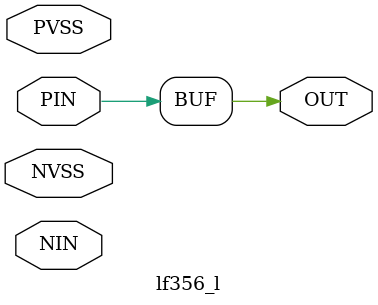
<source format=v>
/* 
 *  Created:  < wittich 17/08/95>
 *  Time-stamp: <95/08/17 21:18:12 wittich>
 *  filename: /tape/snopcb/snolib_fec32/lf356_l/verilog_lib/verilog.v
 *  
 *  Comments: yet another op-amp.  Here, output follows positive input. 
 *
 *  Modification History:
 *  ------------------------------
 *  17/08/95          Created.  Made it lower-case to make compiler
 *                    happy. need to find out how to make vloglink create
 *                    upper case output.
 * 
 */ 

module lf356_l(NIN, PIN, OUT, PVSS, NVSS) ;
   input NIN, PIN;
   input PVSS, NVSS;
   output OUT;

   
   reg        OUT;
   wire       NIN, PIN;
     
     /* all that this model does is let the output follow the positive
     input. */
    initial OUT= PIN;

endmodule /* LF356_L */
   
   



</source>
